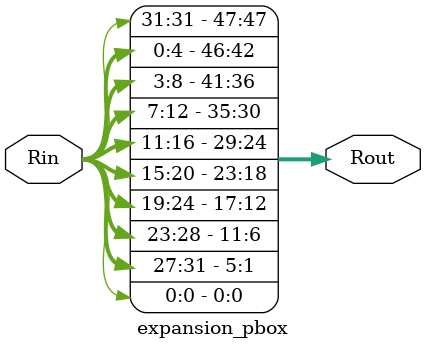
<source format=v>
`timescale 1ns / 1ps


module expansion_pbox(input [0:31] Rin, output [0:47] Rout);

    assign Rout[0] = Rin[31];
    assign Rout[1] = Rin[0];
    assign Rout[2] = Rin[1];
    assign Rout[3] = Rin[2];
    assign Rout[4] = Rin[3];
    assign Rout[5] = Rin[4];
    assign Rout[6] = Rin[3];
    assign Rout[7] = Rin[4];
    assign Rout[8] = Rin[5];
    assign Rout[9] = Rin[6];
    assign Rout[10] = Rin[7];
    assign Rout[11] = Rin[8];
    assign Rout[12] = Rin[7];
    assign Rout[13] = Rin[8];
    assign Rout[14] = Rin[9];
    assign Rout[15] = Rin[10];
    assign Rout[16] = Rin[11];
    assign Rout[17] = Rin[12];
    assign Rout[18] = Rin[11];
    assign Rout[19] = Rin[12];
    assign Rout[20] = Rin[13];
    assign Rout[21] = Rin[14];
    assign Rout[22] = Rin[15];
    assign Rout[23] = Rin[16];
    assign Rout[24] = Rin[15];
    assign Rout[25] = Rin[16];
    assign Rout[26] = Rin[17];
    assign Rout[27] = Rin[18];
    assign Rout[28] = Rin[19];
    assign Rout[29] = Rin[20];
    assign Rout[30] = Rin[19];
    assign Rout[31] = Rin[20];
    assign Rout[32] = Rin[21];
    assign Rout[33] = Rin[22];
    assign Rout[34] = Rin[23];
    assign Rout[35] = Rin[24];
    assign Rout[36] = Rin[23];
    assign Rout[37] = Rin[24];
    assign Rout[38] = Rin[25];
    assign Rout[39] = Rin[26];
    assign Rout[40] = Rin[27];
    assign Rout[41] = Rin[28];
    assign Rout[42] = Rin[27];
    assign Rout[43] = Rin[28];
    assign Rout[44] = Rin[29];
    assign Rout[45] = Rin[30];
    assign Rout[46] = Rin[31];
    assign Rout[47] = Rin[0];

endmodule

</source>
